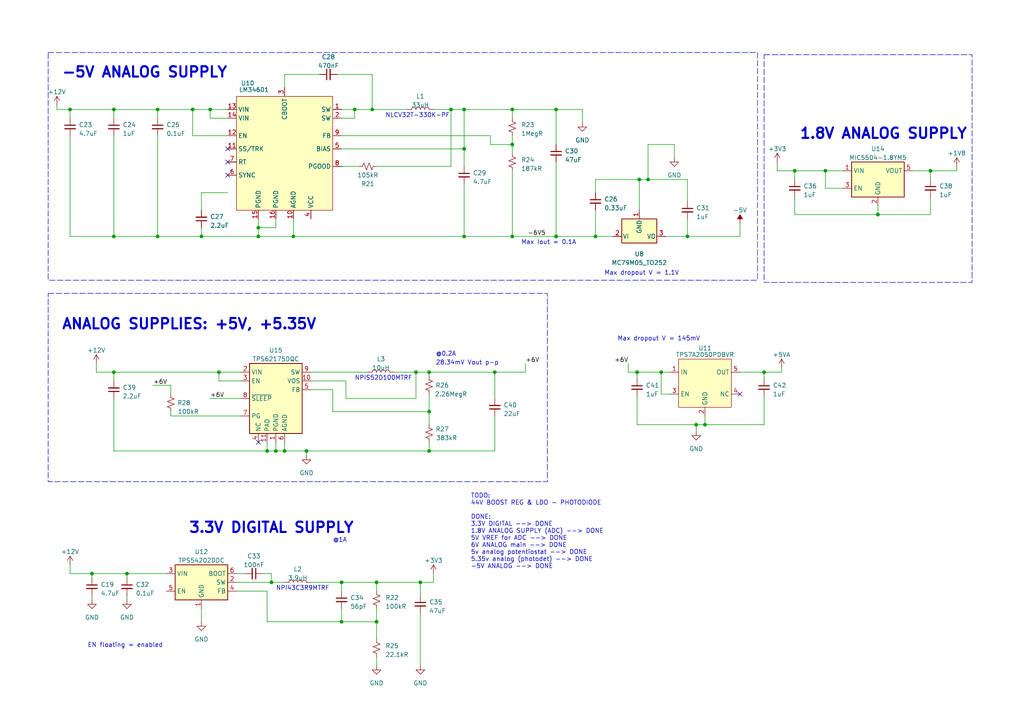
<source format=kicad_sch>
(kicad_sch (version 20230121) (generator eeschema)
  (paper "A4")
  (lib_symbols
    (symbol "Device:C_Small" (pin_numbers hide) (pin_names (offset 0.254) hide)
      (property "Reference" "C" (at 0.254 1.778 0))
      (property "Value" "C_Small" (at 0.254 -2.032 0))
      (symbol "C_Small_0_1"
        (polyline (pts (xy -1.524 -0.508) (xy 1.524 -0.508)) (stroke (width 0.3302)))
        (polyline (pts (xy -1.524 0.508) (xy 1.524 0.508)) (stroke (width 0.3048)))
      )
      (symbol "C_Small_1_1"
        (pin passive line (at 0 2.54 270) (length 2.032) (name "~") (number "1"))
        (pin passive line (at 0 -2.54 90) (length 2.032) (name "~") (number "2"))
      )
    )
    (symbol "Device:L" (pin_numbers hide) (pin_names (offset 1.016) hide)
      (property "Reference" "L" (at -1.27 0 90))
      (property "Value" "L" (at 1.905 0 90))
      (symbol "L_0_1"
        (arc (start 0 -2.54) (mid 0.6323 -1.905) (end 0 -1.27))
        (arc (start 0 -1.27) (mid 0.6323 -0.635) (end 0 0))
        (arc (start 0 0) (mid 0.6323 0.635) (end 0 1.27))
        (arc (start 0 1.27) (mid 0.6323 1.905) (end 0 2.54))
      )
      (symbol "L_1_1"
        (pin passive line (at 0 3.81 270) (length 1.27) (name "1") (number "1"))
        (pin passive line (at 0 -3.81 90) (length 1.27) (name "2") (number "2"))
      )
    )
    (symbol "Device:R_Small_US" (pin_numbers hide) (pin_names (offset 0.254) hide)
      (property "Reference" "R" (at 0.762 0.508 0))
      (property "Value" "R_Small_US" (at 0.762 -1.016 0))
      (symbol "R_Small_US_1_1"
        (polyline (pts (xy 0 0) (xy 1.016 -0.381) (xy 0 -0.762) (xy -1.016 -1.143) (xy 0 -1.524)))
        (polyline (pts (xy 0 1.524) (xy 1.016 1.143) (xy 0 0.762) (xy -1.016 0.381) (xy 0 0)))
        (pin passive line (at 0 2.54 270) (length 1.016) (name "~") (number "1"))
        (pin passive line (at 0 -2.54 90) (length 1.016) (name "~") (number "2"))
      )
    )
    (symbol "Regulator_Linear:MC79M05_TO252" (pin_names (offset 0.254))
      (property "Reference" "U" (at -3.81 -3.175 0))
      (property "Value" "MC79M05_TO252" (at 0 -3.175 0))
      (symbol "MC79M05_TO252_0_1"
        (rectangle (start -5.08 5.08) (end 5.08 -1.905) (stroke (width 0.254)) (fill (type background)))
      )
      (symbol "MC79M05_TO252_1_1"
        (pin power_in line (at 0 7.62 270) (length 2.54) (name "GND") (number "1"))
        (pin power_in line (at -7.62 0 0) (length 2.54) (name "VI") (number "2"))
        (pin power_out line (at 7.62 0 180) (length 2.54) (name "VO") (number "3"))
      )
    )
    (symbol "Regulator_Linear:MIC5504-1.8YM5"
      (property "Reference" "U" (at -7.62 8.89 0))
      (property "Value" "MIC5504-1.8YM5" (at -7.62 6.35 0))
      (symbol "MIC5504-1.8YM5_0_1"
        (rectangle (start -7.62 -5.08) (end 7.62 5.08) (stroke (width 0.254)) (fill (type background)))
      )
      (symbol "MIC5504-1.8YM5_1_1"
        (pin power_in line (at -10.16 2.54 0) (length 2.54) (name "VIN") (number "1"))
        (pin power_in line (at 0 -7.62 90) (length 2.54) (name "GND") (number "2"))
        (pin input line (at -10.16 -2.54 0) (length 2.54) (name "EN") (number "3"))
        (pin no_connect line (at 7.62 -2.54 180) (length 2.54) hide (name "NC") (number "4"))
        (pin power_out line (at 10.16 2.54 180) (length 2.54) (name "VOUT") (number "5"))
      )
    )
    (symbol "Regulator_Switching:TPS54202DDC"
      (property "Reference" "U" (at -7.62 6.35 0))
      (property "Value" "TPS54202DDC" (at 0 6.35 0))
      (symbol "TPS54202DDC_0_1"
        (rectangle (start -7.62 5.08) (end 7.62 -5.08) (stroke (width 0.254)) (fill (type background)))
      )
      (symbol "TPS54202DDC_1_1"
        (pin power_in line (at 0 -7.62 90) (length 2.54) (name "GND") (number "1"))
        (pin power_out line (at 10.16 0 180) (length 2.54) (name "SW") (number "2"))
        (pin power_in line (at -10.16 2.54 0) (length 2.54) (name "VIN") (number "3"))
        (pin input line (at 10.16 -2.54 180) (length 2.54) (name "FB") (number "4"))
        (pin input line (at -10.16 -2.54 0) (length 2.54) (name "EN") (number "5"))
        (pin passive line (at 10.16 2.54 180) (length 2.54) (name "BOOT") (number "6"))
      )
    )
    (symbol "Regulator_Switching:TPS62175DQC"
      (property "Reference" "U" (at -7.62 11.43 0))
      (property "Value" "TPS62175DQC" (at -1.27 11.43 0))
      (symbol "TPS62175DQC_0_1"
        (rectangle (start -7.62 10.16) (end 7.62 -10.16) (stroke (width 0.254)) (fill (type background)))
      )
      (symbol "TPS62175DQC_1_1"
        (pin power_in line (at 0 -12.7 90) (length 2.54) (name "PGND") (number "1"))
        (pin input line (at 10.16 5.08 180) (length 2.54) (name "VOS") (number "10"))
        (pin power_in line (at -2.54 -12.7 90) (length 2.54) (name "PAD") (number "11"))
        (pin power_in line (at -10.16 7.62 0) (length 2.54) (name "VIN") (number "2"))
        (pin input line (at -10.16 5.08 0) (length 2.54) (name "EN") (number "3"))
        (pin passive line (at -5.08 -12.7 90) (length 2.54) (name "NC") (number "4"))
        (pin input line (at 10.16 2.54 180) (length 2.54) (name "FB") (number "5"))
        (pin power_in line (at 2.54 -12.7 90) (length 2.54) (name "AGND") (number "6"))
        (pin output line (at -10.16 -5.08 0) (length 2.54) (name "PG") (number "7"))
        (pin input line (at -10.16 0 0) (length 2.54) (name "~{SLEEP}") (number "8"))
        (pin power_out line (at 10.16 7.62 180) (length 2.54) (name "SW") (number "9"))
      )
    )
    (symbol "plaqchek_mlb:LM34601"
      (property "Reference" "U" (at 6.35 19.05 0))
      (property "Value" "LM34601" (at 11.43 27.94 0))
      (symbol "LM34601_1_1"
        (rectangle (start -13.97 16.51) (end 13.97 -16.51) (fill (type background)))
        (pin output line (at 16.51 12.7 180) (length 2.54) (name "SW") (number "1"))
        (pin power_in line (at 2.54 -19.05 90) (length 2.54) (name "AGND") (number "10"))
        (pin input line (at -16.51 1.27 0) (length 2.54) (name "SS/TRK") (number "11"))
        (pin input line (at -16.51 5.08 0) (length 2.54) (name "EN") (number "12"))
        (pin power_in line (at -16.51 12.7 0) (length 2.54) (name "VIN") (number "13"))
        (pin power_in line (at -16.51 10.16 0) (length 2.54) (name "VIN") (number "14"))
        (pin power_in line (at -7.62 -19.05 90) (length 2.54) (name "PGND") (number "15"))
        (pin power_in line (at -2.54 -19.05 90) (length 2.54) (name "PGND") (number "16"))
        (pin output line (at 16.51 10.16 180) (length 2.54) (name "SW") (number "2"))
        (pin input line (at 0 19.05 270) (length 2.54) (name "CBOOT") (number "3"))
        (pin power_in line (at 7.62 -19.05 90) (length 2.54) (name "VCC") (number "4"))
        (pin input line (at 16.51 1.27 180) (length 2.54) (name "BIAS") (number "5"))
        (pin input line (at -16.51 -6.35 0) (length 2.54) (name "SYNC") (number "6"))
        (pin input line (at -16.51 -2.54 0) (length 2.54) (name "RT") (number "7"))
        (pin input line (at 16.51 -3.81 180) (length 2.54) (name "PGOOD") (number "8"))
        (pin input line (at 16.51 5.08 180) (length 2.54) (name "FB") (number "9"))
      )
    )
    (symbol "plaqchek_mlb:TPS7A2050PDBVR"
      (property "Reference" "U" (at 0 10.16 0))
      (property "Value" "TPS7A2050PDBVR" (at 0 0 0))
      (symbol "TPS7A2050PDBVR_1_1"
        (rectangle (start -7.62 7.62) (end 7.62 -6.35) (fill (type background)))
        (pin power_in line (at -10.16 3.81 0) (length 2.54) (name "IN") (number "1"))
        (pin power_in line (at 0 -8.89 90) (length 2.54) (name "GND") (number "2"))
        (pin input line (at -10.16 -2.54 0) (length 2.54) (name "EN") (number "3"))
        (pin input line (at 10.16 -2.54 180) (length 2.54) (name "NC") (number "4"))
        (pin power_out line (at 10.16 3.81 180) (length 2.54) (name "OUT") (number "5"))
      )
    )
    (symbol "power:+12V" (power) (pin_names (offset 0))
      (property "Value" "+12V" (at 0 3.556 0))
      (symbol "+12V_0_1"
        (polyline (pts (xy -0.762 1.27) (xy 0 2.54)))
        (polyline (pts (xy 0 0) (xy 0 2.54)))
        (polyline (pts (xy 0 2.54) (xy 0.762 1.27)))
      )
      (symbol "+12V_1_1"
        (pin power_in line (at 0 0 90) (length 0) hide (name "+12V") (number "1"))
      )
    )
    (symbol "power:+1V8" (power) (pin_names (offset 0))
      (property "Value" "+1V8" (at 0 3.556 0))
      (symbol "+1V8_0_1"
        (polyline (pts (xy -0.762 1.27) (xy 0 2.54)))
        (polyline (pts (xy 0 0) (xy 0 2.54)))
        (polyline (pts (xy 0 2.54) (xy 0.762 1.27)))
      )
      (symbol "+1V8_1_1"
        (pin power_in line (at 0 0 90) (length 0) hide (name "+1V8") (number "1"))
      )
    )
    (symbol "power:+3V3" (power) (pin_names (offset 0))
      (property "Value" "+3V3" (at 0 3.556 0))
      (symbol "+3V3_0_1"
        (polyline (pts (xy -0.762 1.27) (xy 0 2.54)))
        (polyline (pts (xy 0 0) (xy 0 2.54)))
        (polyline (pts (xy 0 2.54) (xy 0.762 1.27)))
      )
      (symbol "+3V3_1_1"
        (pin power_in line (at 0 0 90) (length 0) hide (name "+3V3") (number "1"))
      )
    )
    (symbol "power:+5VA" (power) (pin_names (offset 0))
      (property "Value" "+5VA" (at 0 3.556 0))
      (symbol "+5VA_0_1"
        (polyline (pts (xy -0.762 1.27) (xy 0 2.54)))
        (polyline (pts (xy 0 0) (xy 0 2.54)))
        (polyline (pts (xy 0 2.54) (xy 0.762 1.27)))
      )
      (symbol "+5VA_1_1"
        (pin power_in line (at 0 0 90) (length 0) hide (name "+5VA") (number "1"))
      )
    )
    (symbol "power:-5V" (power) (pin_names (offset 0))
      (property "Value" "-5V" (at 0 3.81 0))
      (symbol "-5V_0_0"
        (pin power_in line (at 0 0 90) (length 0) hide (name "-5V") (number "1"))
      )
      (symbol "-5V_0_1"
        (polyline (pts (xy 0 0) (xy 0 1.27) (xy 0.762 1.27) (xy 0 2.54) (xy -0.762 1.27) (xy 0 1.27)) (fill (type outline)))
      )
    )
    (symbol "power:GND" (power) (pin_names (offset 0))
      (property "Value" "GND" (at 0 -3.81 0))
      (symbol "GND_0_1"
        (polyline (pts (xy 0 0) (xy 0 -1.27) (xy 1.27 -1.27) (xy 0 -2.54) (xy -1.27 -1.27) (xy 0 -1.27)))
      )
      (symbol "GND_1_1"
        (pin power_in line (at 0 0 270) (length 0) hide (name "GND") (number "1"))
      )
    )
  )
  (junction (at 99.06 168.91))
  (junction (at 55.88 31.75))
  (junction (at 45.72 31.75))
  (junction (at 161.29 68.58))
  (junction (at 78.74 168.91))
  (junction (at 269.875 49.53))
  (junction (at 20.32 31.75))
  (junction (at 80.01 130.81))
  (junction (at 161.29 31.75))
  (junction (at 185.42 52.07))
  (junction (at 45.72 68.58))
  (junction (at 143.51 107.95))
  (junction (at 130.81 31.75))
  (junction (at 184.785 107.95))
  (junction (at 33.02 68.58))
  (junction (at 124.46 130.81))
  (junction (at 124.46 119.38))
  (junction (at 230.505 49.53))
  (junction (at 148.59 68.58))
  (junction (at 88.9 130.81))
  (junction (at 109.22 168.91))
  (junction (at 33.02 31.75))
  (junction (at 172.72 68.58))
  (junction (at 134.62 31.75))
  (junction (at 121.92 168.91))
  (junction (at 199.39 68.58))
  (junction (at 134.62 43.18))
  (junction (at 221.615 107.95))
  (junction (at 63.5 107.95))
  (junction (at 254.635 62.23))
  (junction (at 201.93 123.19))
  (junction (at 74.93 66.04))
  (junction (at 36.83 166.37))
  (junction (at 74.93 68.58))
  (junction (at 99.06 180.34))
  (junction (at 85.09 68.58))
  (junction (at 191.77 107.95))
  (junction (at 148.59 41.91))
  (junction (at 58.42 68.58))
  (junction (at 107.95 31.75))
  (junction (at 239.395 49.53))
  (junction (at 60.96 31.75))
  (junction (at 82.55 130.81))
  (junction (at 109.22 180.34))
  (junction (at 124.46 107.95))
  (junction (at 134.62 68.58))
  (junction (at 204.47 123.19))
  (junction (at 77.47 130.81))
  (junction (at 33.02 107.95))
  (junction (at 148.59 31.75))
  (junction (at 187.96 52.07))
  (junction (at 26.67 166.37))
  (junction (at 120.65 107.95))
  (junction (at 102.87 31.75))
  (no_connect (at 66.04 46.99))
  (no_connect (at 66.04 50.8))
  (no_connect (at 66.04 43.18))
  (no_connect (at 214.63 114.3))
  (no_connect (at 74.93 128.27))
  (wire (pts (xy 20.32 163.83) (xy 20.32 166.37)))
  (wire (pts (xy 120.65 107.95) (xy 124.46 107.95)))
  (wire (pts (xy 33.02 39.37) (xy 33.02 68.58)))
  (wire (pts (xy 168.91 35.56) (xy 168.91 31.75)))
  (wire (pts (xy 78.74 168.91) (xy 68.58 168.91)))
  (wire (pts (xy 109.22 190.5) (xy 109.22 193.04)))
  (wire (pts (xy 161.29 68.58) (xy 148.59 68.58)))
  (wire (pts (xy 44.45 111.76) (xy 49.53 111.76)))
  (wire (pts (xy 109.22 48.26) (xy 130.81 48.26)))
  (wire (pts (xy 230.505 49.53) (xy 230.505 52.07)))
  (wire (pts (xy 125.73 166.37) (xy 125.73 168.91)))
  (wire (pts (xy 92.71 21.59) (xy 82.55 21.59)))
  (wire (pts (xy 142.24 41.91) (xy 148.59 41.91)))
  (wire (pts (xy 239.395 54.61) (xy 239.395 49.53)))
  (wire (pts (xy 134.62 31.75) (xy 134.62 43.18)))
  (wire (pts (xy 199.39 68.58) (xy 214.63 68.58)))
  (wire (pts (xy 221.615 107.95) (xy 221.615 109.855)))
  (wire (pts (xy 74.93 66.04) (xy 80.01 66.04)))
  (wire (pts (xy 148.59 31.75) (xy 161.29 31.75)))
  (wire (pts (xy 121.92 168.91) (xy 125.73 168.91)))
  (wire (pts (xy 148.59 31.75) (xy 148.59 34.29)))
  (wire (pts (xy 221.615 107.95) (xy 226.695 107.95)))
  (wire (pts (xy 45.72 31.75) (xy 55.88 31.75)))
  (wire (pts (xy 184.785 114.935) (xy 184.785 123.19)))
  (wire (pts (xy 239.395 49.53) (xy 230.505 49.53)))
  (wire (pts (xy 99.06 43.18) (xy 134.62 43.18)))
  (wire (pts (xy 49.53 114.3) (xy 49.53 111.76)))
  (wire (pts (xy 69.85 107.95) (xy 63.5 107.95)))
  (wire (pts (xy 277.495 48.26) (xy 277.495 49.53)))
  (wire (pts (xy 26.67 172.72) (xy 26.67 173.99)))
  (wire (pts (xy 161.29 68.58) (xy 172.72 68.58)))
  (wire (pts (xy 264.795 49.53) (xy 269.875 49.53)))
  (wire (pts (xy 33.02 115.57) (xy 33.02 130.81)))
  (wire (pts (xy 185.42 52.07) (xy 187.96 52.07)))
  (wire (pts (xy 225.425 49.53) (xy 230.505 49.53)))
  (wire (pts (xy 58.42 66.04) (xy 58.42 68.58)))
  (wire (pts (xy 143.51 130.81) (xy 124.46 130.81)))
  (wire (pts (xy 45.72 68.58) (xy 58.42 68.58)))
  (wire (pts (xy 36.83 166.37) (xy 26.67 166.37)))
  (wire (pts (xy 194.31 114.3) (xy 191.77 114.3)))
  (wire (pts (xy 90.17 107.95) (xy 106.68 107.95)))
  (wire (pts (xy 20.32 68.58) (xy 33.02 68.58)))
  (wire (pts (xy 269.875 62.23) (xy 269.875 57.15)))
  (wire (pts (xy 58.42 176.53) (xy 58.42 180.34)))
  (wire (pts (xy 134.62 43.18) (xy 134.62 48.26)))
  (wire (pts (xy 68.58 166.37) (xy 71.12 166.37)))
  (wire (pts (xy 107.95 21.59) (xy 107.95 31.75)))
  (wire (pts (xy 96.52 119.38) (xy 124.46 119.38)))
  (wire (pts (xy 82.55 130.81) (xy 88.9 130.81)))
  (wire (pts (xy 82.55 21.59) (xy 82.55 25.4)))
  (wire (pts (xy 27.94 105.41) (xy 27.94 107.95)))
  (wire (pts (xy 77.47 171.45) (xy 77.47 180.34)))
  (wire (pts (xy 230.505 62.23) (xy 254.635 62.23)))
  (wire (pts (xy 85.09 68.58) (xy 134.62 68.58)))
  (wire (pts (xy 90.17 113.03) (xy 96.52 113.03)))
  (wire (pts (xy 124.46 107.95) (xy 124.46 109.22)))
  (wire (pts (xy 63.5 110.49) (xy 63.5 107.95)))
  (wire (pts (xy 134.62 68.58) (xy 148.59 68.58)))
  (wire (pts (xy 214.63 64.77) (xy 214.63 68.58)))
  (wire (pts (xy 130.81 31.75) (xy 134.62 31.75)))
  (wire (pts (xy 78.74 166.37) (xy 78.74 168.91)))
  (wire (pts (xy 74.93 68.58) (xy 85.09 68.58)))
  (wire (pts (xy 172.72 68.58) (xy 177.8 68.58)))
  (wire (pts (xy 201.93 123.19) (xy 204.47 123.19)))
  (wire (pts (xy 97.79 21.59) (xy 107.95 21.59)))
  (wire (pts (xy 99.06 48.26) (xy 104.14 48.26)))
  (wire (pts (xy 33.02 68.58) (xy 45.72 68.58)))
  (wire (pts (xy 199.39 63.5) (xy 199.39 68.58)))
  (wire (pts (xy 134.62 53.34) (xy 134.62 68.58)))
  (wire (pts (xy 100.33 115.57) (xy 120.65 115.57)))
  (wire (pts (xy 254.635 62.23) (xy 269.875 62.23)))
  (wire (pts (xy 60.96 31.75) (xy 60.96 34.29)))
  (wire (pts (xy 221.615 114.935) (xy 221.615 123.19)))
  (wire (pts (xy 69.85 120.65) (xy 49.53 120.65)))
  (wire (pts (xy 109.22 180.34) (xy 109.22 176.53)))
  (wire (pts (xy 20.32 39.37) (xy 20.32 68.58)))
  (wire (pts (xy 109.22 168.91) (xy 121.92 168.91)))
  (wire (pts (xy 55.88 31.75) (xy 60.96 31.75)))
  (wire (pts (xy 130.81 48.26) (xy 130.81 31.75)))
  (wire (pts (xy 172.72 52.07) (xy 172.72 55.88)))
  (wire (pts (xy 80.01 130.81) (xy 77.47 130.81)))
  (wire (pts (xy 66.04 39.37) (xy 55.88 39.37)))
  (wire (pts (xy 152.4 105.41) (xy 152.4 107.95)))
  (wire (pts (xy 58.42 68.58) (xy 74.93 68.58)))
  (wire (pts (xy 60.96 115.57) (xy 69.85 115.57)))
  (wire (pts (xy 99.06 176.53) (xy 99.06 180.34)))
  (wire (pts (xy 194.31 107.95) (xy 191.77 107.95)))
  (wire (pts (xy 58.42 55.88) (xy 66.04 55.88)))
  (wire (pts (xy 199.39 52.07) (xy 199.39 58.42)))
  (wire (pts (xy 99.06 39.37) (xy 142.24 39.37)))
  (wire (pts (xy 48.26 166.37) (xy 36.83 166.37)))
  (wire (pts (xy 36.83 172.72) (xy 36.83 173.99)))
  (wire (pts (xy 148.59 41.91) (xy 148.59 44.45)))
  (wire (pts (xy 124.46 119.38) (xy 124.46 123.19)))
  (wire (pts (xy 143.51 107.95) (xy 143.51 115.57)))
  (wire (pts (xy 254.635 59.69) (xy 254.635 62.23)))
  (wire (pts (xy 36.83 166.37) (xy 36.83 167.64)))
  (wire (pts (xy 96.52 113.03) (xy 96.52 119.38)))
  (wire (pts (xy 33.02 107.95) (xy 63.5 107.95)))
  (wire (pts (xy 58.42 55.88) (xy 58.42 60.96)))
  (wire (pts (xy 55.88 39.37) (xy 55.88 31.75)))
  (wire (pts (xy 60.96 34.29) (xy 66.04 34.29)))
  (wire (pts (xy 16.51 30.48) (xy 16.51 31.75)))
  (wire (pts (xy 195.58 41.91) (xy 195.58 45.72)))
  (wire (pts (xy 191.77 107.95) (xy 184.785 107.95)))
  (wire (pts (xy 20.32 31.75) (xy 20.32 34.29)))
  (wire (pts (xy 244.475 49.53) (xy 239.395 49.53)))
  (wire (pts (xy 45.72 31.75) (xy 45.72 34.29)))
  (wire (pts (xy 109.22 168.91) (xy 109.22 171.45)))
  (wire (pts (xy 26.67 166.37) (xy 20.32 166.37)))
  (wire (pts (xy 182.245 105.41) (xy 182.245 107.95)))
  (wire (pts (xy 100.33 110.49) (xy 100.33 115.57)))
  (wire (pts (xy 226.695 106.68) (xy 226.695 107.95)))
  (wire (pts (xy 269.875 49.53) (xy 277.495 49.53)))
  (wire (pts (xy 88.9 130.81) (xy 88.9 132.08)))
  (wire (pts (xy 172.72 60.96) (xy 172.72 68.58)))
  (wire (pts (xy 107.95 31.75) (xy 118.11 31.75)))
  (wire (pts (xy 120.65 107.95) (xy 114.3 107.95)))
  (wire (pts (xy 269.875 49.53) (xy 269.875 52.07)))
  (wire (pts (xy 125.73 31.75) (xy 130.81 31.75)))
  (wire (pts (xy 187.96 41.91) (xy 195.58 41.91)))
  (wire (pts (xy 121.92 177.8) (xy 121.92 193.04)))
  (wire (pts (xy 184.785 107.95) (xy 182.245 107.95)))
  (wire (pts (xy 185.42 52.07) (xy 185.42 60.96)))
  (wire (pts (xy 230.505 57.15) (xy 230.505 62.23)))
  (wire (pts (xy 204.47 123.19) (xy 204.47 120.65)))
  (wire (pts (xy 45.72 39.37) (xy 45.72 68.58)))
  (wire (pts (xy 90.17 168.91) (xy 99.06 168.91)))
  (wire (pts (xy 121.92 172.72) (xy 121.92 168.91)))
  (wire (pts (xy 225.425 46.99) (xy 225.425 49.53)))
  (wire (pts (xy 124.46 107.95) (xy 143.51 107.95)))
  (wire (pts (xy 161.29 31.75) (xy 161.29 41.91)))
  (wire (pts (xy 124.46 114.3) (xy 124.46 119.38)))
  (wire (pts (xy 120.65 115.57) (xy 120.65 107.95)))
  (wire (pts (xy 33.02 31.75) (xy 45.72 31.75)))
  (wire (pts (xy 88.9 130.81) (xy 124.46 130.81)))
  (wire (pts (xy 199.39 68.58) (xy 193.04 68.58)))
  (wire (pts (xy 20.32 31.75) (xy 33.02 31.75)))
  (wire (pts (xy 33.02 130.81) (xy 77.47 130.81)))
  (wire (pts (xy 134.62 31.75) (xy 148.59 31.75)))
  (wire (pts (xy 184.785 107.95) (xy 184.785 109.855)))
  (wire (pts (xy 107.95 31.75) (xy 102.87 31.75)))
  (wire (pts (xy 148.59 49.53) (xy 148.59 68.58)))
  (wire (pts (xy 85.09 63.5) (xy 85.09 68.58)))
  (wire (pts (xy 26.67 166.37) (xy 26.67 167.64)))
  (wire (pts (xy 172.72 52.07) (xy 185.42 52.07)))
  (wire (pts (xy 99.06 180.34) (xy 109.22 180.34)))
  (wire (pts (xy 33.02 31.75) (xy 33.02 34.29)))
  (wire (pts (xy 109.22 180.34) (xy 109.22 185.42)))
  (wire (pts (xy 69.85 110.49) (xy 63.5 110.49)))
  (wire (pts (xy 77.47 180.34) (xy 99.06 180.34)))
  (wire (pts (xy 143.51 120.65) (xy 143.51 130.81)))
  (wire (pts (xy 80.01 66.04) (xy 80.01 63.5)))
  (wire (pts (xy 204.47 123.19) (xy 221.615 123.19)))
  (wire (pts (xy 80.01 128.27) (xy 80.01 130.81)))
  (wire (pts (xy 187.96 52.07) (xy 187.96 41.91)))
  (wire (pts (xy 74.93 66.04) (xy 74.93 68.58)))
  (wire (pts (xy 82.55 128.27) (xy 82.55 130.81)))
  (wire (pts (xy 33.02 107.95) (xy 27.94 107.95)))
  (wire (pts (xy 77.47 128.27) (xy 77.47 130.81)))
  (wire (pts (xy 142.24 39.37) (xy 142.24 41.91)))
  (wire (pts (xy 99.06 168.91) (xy 109.22 168.91)))
  (wire (pts (xy 99.06 34.29) (xy 102.87 34.29)))
  (wire (pts (xy 187.96 52.07) (xy 199.39 52.07)))
  (wire (pts (xy 161.29 46.99) (xy 161.29 68.58)))
  (wire (pts (xy 99.06 168.91) (xy 99.06 171.45)))
  (wire (pts (xy 124.46 130.81) (xy 124.46 128.27)))
  (wire (pts (xy 143.51 107.95) (xy 152.4 107.95)))
  (wire (pts (xy 49.53 120.65) (xy 49.53 119.38)))
  (wire (pts (xy 74.93 63.5) (xy 74.93 66.04)))
  (wire (pts (xy 148.59 41.91) (xy 148.59 39.37)))
  (wire (pts (xy 102.87 34.29) (xy 102.87 31.75)))
  (wire (pts (xy 82.55 168.91) (xy 78.74 168.91)))
  (wire (pts (xy 161.29 31.75) (xy 168.91 31.75)))
  (wire (pts (xy 184.785 123.19) (xy 201.93 123.19)))
  (wire (pts (xy 80.01 130.81) (xy 82.55 130.81)))
  (wire (pts (xy 16.51 31.75) (xy 20.32 31.75)))
  (wire (pts (xy 191.77 114.3) (xy 191.77 107.95)))
  (wire (pts (xy 60.96 31.75) (xy 66.04 31.75)))
  (wire (pts (xy 214.63 107.95) (xy 221.615 107.95)))
  (wire (pts (xy 244.475 54.61) (xy 239.395 54.61)))
  (wire (pts (xy 90.17 110.49) (xy 100.33 110.49)))
  (wire (pts (xy 68.58 171.45) (xy 77.47 171.45)))
  (wire (pts (xy 76.2 166.37) (xy 78.74 166.37)))
  (wire (pts (xy 33.02 107.95) (xy 33.02 110.49)))
  (wire (pts (xy 102.87 31.75) (xy 99.06 31.75)))
  (wire (pts (xy 201.93 123.19) (xy 201.93 125.095)))
  (rectangle (start 13.97 85.09) (end 158.75 139.7) (stroke (width 0) (type dash)))
  (rectangle (start 13.97 15.24) (end 219.71 81.28) (stroke (width 0) (type dash)))
  (rectangle (start 221.615 15.875) (end 281.94 81.915) (stroke (width 0) (type dash)))
  (text "1.8V ANALOG SUPPLY\n" (at 231.775 40.64 0) (effects (font (size 3 3) (thickness 0.6) bold) (justify left bottom)))
  (text "NPI43C3R9MTRF\n" (at 80.01 171.45 0) (effects (font (size 1.27 1.27)) (justify left bottom)))
  (text "TODO:\n44V BOOST REG & LDO - PHOTODIODE\n\nDONE:\n3.3V DIGITAL --> DONE\n1.8V ANALOG SUPPLY (ADC) --> DONE\n5V VREF for ADC --> DONE\n6V ANALOG main --> DONE\n5v analog potentiostat --> DONE\n5.35v analog (photodet) --> DONE\n-5V ANALOG --> DONE" (at 136.525 165.1 0) (effects (font (size 1.27 1.27)) (justify left bottom)))
  (text "NPIS52D100MTRF" (at 102.87 110.49 0) (effects (font (size 1.27 1.27)) (justify left bottom)))
  (text "@1A" (at 96.52 157.48 0) (effects (font (size 1.27 1.27)) (justify left bottom)))
  (text "Max dropout V = 145mV" (at 179.07 99.06 0) (effects (font (size 1.27 1.27)) (justify left bottom)))
  (text "Max dropout V = 1.1V" (at 175.26 80.01 0) (effects (font (size 1.27 1.27)) (justify left bottom)))
  (text "NLCV32T-330K-PF" (at 111.76 34.29 0) (effects (font (size 1.27 1.27)) (justify left bottom)))
  (text "@0.2A\n" (at 126.365 103.505 0) (effects (font (size 1.27 1.27)) (justify left bottom)))
  (text "-5V ANALOG SUPPLY" (at 17.78 22.86 0) (effects (font (size 3 3) (thickness 0.6) bold) (justify left bottom)))
  (text "28.34mV Vout p-p" (at 126.365 106.045 0) (effects (font (size 1.27 1.27)) (justify left bottom)))
  (text "Max Iout = 0.1A\n" (at 151.13 71.12 0) (effects (font (size 1.27 1.27)) (justify left bottom)))
  (text "3.3V DIGITAL SUPPLY\n" (at 54.61 154.94 0) (effects (font (size 3 3) (thickness 0.6) bold) (justify left bottom)))
  (text "ANALOG SUPPLIES: +5V, +5.35V" (at 17.78 95.885 0) (effects (font (size 3 3) (thickness 0.6) bold) (justify left bottom)))
  (text "EN floating = enabled" (at 25.4 187.96 0) (effects (font (size 1.27 1.27)) (justify left bottom)))
  (label "+6V" (at 44.45 111.76 0))
  (label "-6V5" (at 153.035 68.58 0))
  (label "+6V" (at 152.4 105.41 0))
  (label "+6V" (at 60.96 115.57 0))
  (label "+6V" (at 182.245 105.41 180))
  (symbol (lib_id "Device:C_Small") (at 269.875 54.61 0) (unit 1)
    (property "Reference" "C38" (at 272.415 53.9813 0) (effects (justify left)))
    (property "Value" "1uF" (at 272.415 56.5213 0) (effects (justify left)))
  )
  (symbol (lib_id "Device:R_Small_US") (at 148.59 36.83 180) (unit 1)
    (property "Reference" "R23" (at 151.13 36.195 0) (effects (justify right)))
    (property "Value" "1MegR" (at 151.13 38.735 0) (effects (justify right)))
  )
  (symbol (lib_id "Device:C_Small") (at 161.29 44.45 0) (unit 1)
    (property "Reference" "C30" (at 163.83 43.8213 0) (effects (justify left)))
    (property "Value" "47uF" (at 163.83 46.3613 0) (effects (justify left)))
  )
  (symbol (lib_id "Device:C_Small") (at 73.66 166.37 270) (unit 1)
    (property "Reference" "C33" (at 73.6536 161.29 90))
    (property "Value" "100nF" (at 73.6536 163.83 90))
  )
  (symbol (lib_id "power:+3V3") (at 225.425 46.99 0) (unit 1)
    (property "Reference" "#PWR08" (effects hide))
    (property "Value" "+3V3" (at 225.425 43.18 0))
    (instances (project "plaqchek_mlb" (path "" (reference "#PWR08") (unit 1)) (path "" (reference "#PWR033") (unit 1))))
  )
  (symbol (lib_id "Device:C_Small") (at 199.39 60.96 0) (unit 1)
    (property "Reference" "C31" (at 201.93 60.3313 0) (effects (justify left)))
    (property "Value" "1uF" (at 201.93 62.8713 0) (effects (justify left)))
  )
  (symbol (lib_id "plaqchek_mlb:TPS7A2050PDBVR") (at 204.47 111.76 0) (unit 1)
    (property "Reference" "U11" (at 204.47 100.965 0))
    (property "Value" "TPS7A2050PDBVR" (at 204.47 102.87 0))
    (property "Datasheet" "https://www.ti.com/lit/ds/symlink/tps7a20.pdf?HQS=dis-dk-null-digikeymode-dsf-pf-null-wwe&ts=1733698239340" (effects hide))
  )
  (symbol (lib_id "power:+1V8") (at 277.495 48.26 0) (unit 1)
    (property "Reference" "#PWR059" (effects hide))
    (property "Value" "+1V8" (at 277.495 44.45 0))
  )
  (symbol (lib_id "power:+12V") (at 27.94 105.41 0) (unit 1)
    (property "Reference" "#PWR060" (effects hide))
    (property "Value" "+12V" (at 27.94 101.6 0))
  )
  (symbol (lib_id "Device:C_Small") (at 36.83 170.18 0) (unit 1)
    (property "Reference" "C32" (at 39.37 169.5513 0) (effects (justify left)))
    (property "Value" "0.1uF" (at 39.37 172.0913 0) (effects (justify left)))
  )
  (symbol (lib_id "power:+12V") (at 20.32 163.83 0) (unit 1)
    (property "Reference" "#PWR052" (effects hide))
    (property "Value" "+12V" (at 20.32 160.02 0))
  )
  (symbol (lib_id "Device:C_Small") (at 184.785 112.395 0) (unit 1)
    (property "Reference" "C41" (at 187.325 111.7663 0) (effects (justify left)))
    (property "Value" "1uF" (at 187.325 114.3063 0) (effects (justify left)))
  )
  (symbol (lib_id "Device:C_Small") (at 172.72 58.42 0) (unit 1)
    (property "Reference" "C26" (at 175.26 57.7913 0) (effects (justify left)))
    (property "Value" "0.33uF" (at 175.26 60.3313 0) (effects (justify left)))
  )
  (symbol (lib_id "power:GND") (at 58.42 180.34 0) (unit 1)
    (property "Reference" "#PWR055" (effects hide))
    (property "Value" "GND" (at 58.42 185.42 0))
  )
  (symbol (lib_id "Device:R_Small_US") (at 106.68 48.26 270) (unit 1)
    (property "Reference" "R21" (at 106.68 53.34 90))
    (property "Value" "105kR" (at 106.68 50.8 90))
  )
  (symbol (lib_id "Device:C_Small") (at 230.505 54.61 0) (unit 1)
    (property "Reference" "C36" (at 233.045 53.9813 0) (effects (justify left)))
    (property "Value" "1uF" (at 233.045 56.5213 0) (effects (justify left)))
  )
  (symbol (lib_id "Device:C_Small") (at 221.615 112.395 0) (unit 1)
    (property "Reference" "C42" (at 224.155 111.7663 0) (effects (justify left)))
    (property "Value" "1uF" (at 224.155 114.3063 0) (effects (justify left)))
  )
  (symbol (lib_id "power:GND") (at 195.58 45.72 0) (unit 1)
    (property "Reference" "#PWR050" (effects hide))
    (property "Value" "GND" (at 195.58 50.8 0))
  )
  (symbol (lib_id "Device:R_Small_US") (at 148.59 46.99 180) (unit 1)
    (property "Reference" "R24" (at 151.13 46.355 0) (effects (justify right)))
    (property "Value" "187kR" (at 151.13 48.895 0) (effects (justify right)))
  )
  (symbol (lib_id "Device:C_Small") (at 99.06 173.99 0) (unit 1)
    (property "Reference" "C34" (at 101.6 173.3613 0) (effects (justify left)))
    (property "Value" "56pF" (at 101.6 175.9013 0) (effects (justify left)))
  )
  (symbol (lib_id "Device:C_Small") (at 121.92 175.26 0) (unit 1)
    (property "Reference" "C35" (at 124.46 174.6313 0) (effects (justify left)))
    (property "Value" "47uF" (at 124.46 177.1713 0) (effects (justify left)))
  )
  (symbol (lib_id "power:+5VA") (at 226.695 106.68 0) (unit 1)
    (property "Reference" "#PWR062" (effects hide))
    (property "Value" "+5VA" (at 226.695 102.87 0))
  )
  (symbol (lib_id "Device:C_Small") (at 33.02 36.83 0) (unit 1)
    (property "Reference" "C24" (at 35.56 36.2013 0) (effects (justify left)))
    (property "Value" "1uF" (at 35.56 38.7413 0) (effects (justify left)))
  )
  (symbol (lib_id "Device:C_Small") (at 58.42 63.5 180) (unit 1)
    (property "Reference" "C27" (at 60.96 62.8586 0) (effects (justify right)))
    (property "Value" "2.2uF" (at 60.96 65.3986 0) (effects (justify right)))
  )
  (symbol (lib_id "Regulator_Linear:MIC5504-1.8YM5") (at 254.635 52.07 0) (unit 1)
    (property "Reference" "U14" (at 254.635 43.18 0))
    (property "Value" "MIC5504-1.8YM5" (at 254.635 45.72 0))
    (property "Footprint" "Package_TO_SOT_SMD:SOT-23-5" (effects hide))
    (property "Datasheet" "http://ww1.microchip.com/downloads/en/DeviceDoc/MIC550X.pdf" (effects hide))
  )
  (symbol (lib_id "power:GND") (at 26.67 173.99 0) (unit 1)
    (property "Reference" "#PWR053" (effects hide))
    (property "Value" "GND" (at 26.67 179.07 0))
  )
  (symbol (lib_id "power:GND") (at 109.22 193.04 0) (unit 1)
    (property "Reference" "#PWR056" (effects hide))
    (property "Value" "GND" (at 109.22 198.12 0))
  )
  (symbol (lib_id "power:GND") (at 168.91 35.56 0) (unit 1)
    (property "Reference" "#PWR049" (effects hide))
    (property "Value" "GND" (at 168.91 40.64 0))
  )
  (symbol (lib_id "power:GND") (at 88.9 132.08 0) (unit 1)
    (property "Reference" "#PWR061" (effects hide))
    (property "Value" "GND" (at 88.9 137.16 0))
  )
  (symbol (lib_id "Device:L") (at 110.49 107.95 90) (unit 1)
    (property "Reference" "L3" (at 110.49 104.14 90))
    (property "Value" "10uH" (at 110.49 106.68 90))
  )
  (symbol (lib_id "Device:R_Small_US") (at 109.22 173.99 0) (unit 1)
    (property "Reference" "R22" (at 111.76 173.355 0) (effects (justify left)))
    (property "Value" "100kR" (at 111.76 175.895 0) (effects (justify left)))
  )
  (symbol (lib_id "Device:C_Small") (at 33.02 113.03 180) (unit 1)
    (property "Reference" "C39" (at 35.56 112.3886 0) (effects (justify right)))
    (property "Value" "2.2uF" (at 35.56 114.9286 0) (effects (justify right)))
  )
  (symbol (lib_id "plaqchek_mlb:LM34601") (at 82.55 44.45 0) (unit 1)
    (property "Reference" "U10" (at 69.85 24.13 0) (effects (justify left)))
    (property "Value" "LM34601" (at 73.66 26.035 0))
    (property "Datasheet" "https://www.ti.com/lit/ds/symlink/lm43601.pdf?ts=1733717459233" (effects hide))
  )
  (symbol (lib_id "Device:C_Small") (at 143.51 118.11 180) (unit 1)
    (property "Reference" "C40" (at 146.05 117.4686 0) (effects (justify right)))
    (property "Value" "22uF" (at 146.05 120.0086 0) (effects (justify right)))
  )
  (symbol (lib_id "Device:L") (at 86.36 168.91 90) (unit 1)
    (property "Reference" "L2" (at 86.36 165.1 90))
    (property "Value" "3.9uH" (at 86.36 167.64 90))
  )
  (symbol (lib_id "power:GND") (at 201.93 125.095 0) (unit 1)
    (property "Reference" "#PWR063" (effects hide))
    (property "Value" "GND" (at 201.93 130.175 0))
  )
  (symbol (lib_id "Device:C_Small") (at 20.32 36.83 0) (unit 1)
    (property "Reference" "C23" (at 22.86 36.2013 0) (effects (justify left)))
    (property "Value" "4.7uF" (at 22.86 38.7413 0) (effects (justify left)))
  )
  (symbol (lib_id "power:+3V3") (at 125.73 166.37 0) (unit 1)
    (property "Reference" "#PWR08" (effects hide))
    (property "Value" "+3V3" (at 125.73 162.56 0))
    (instances (project "plaqchek_mlb" (path "" (reference "#PWR08") (unit 1)) (path "" (reference "#PWR058") (unit 1))))
  )
  (symbol (lib_id "Device:R_Small_US") (at 109.22 187.96 0) (unit 1)
    (property "Reference" "R25" (at 111.76 187.325 0) (effects (justify left)))
    (property "Value" "22.1kR" (at 111.76 189.865 0) (effects (justify left)))
  )
  (symbol (lib_id "Device:R_Small_US") (at 49.53 116.84 0) (unit 1)
    (property "Reference" "R28" (at 53.34 116.84 0))
    (property "Value" "100kR" (at 54.61 119.38 0))
  )
  (symbol (lib_id "Device:C_Small") (at 26.67 170.18 0) (unit 1)
    (property "Reference" "C19" (at 29.21 169.5513 0) (effects (justify left)))
    (property "Value" "4.7uF" (at 29.21 172.0913 0) (effects (justify left)))
  )
  (symbol (lib_id "Device:C_Small") (at 95.25 21.59 90) (unit 1)
    (property "Reference" "C28" (at 95.2563 16.51 90))
    (property "Value" "470nF" (at 95.2563 19.05 90))
  )
  (symbol (lib_id "Device:R_Small_US") (at 124.46 111.76 0) (unit 1)
    (property "Reference" "R26" (at 128.27 111.76 0))
    (property "Value" "2.26MegR" (at 130.81 114.3 0))
  )
  (symbol (lib_id "power:-5V") (at 214.63 64.77 0) (unit 1)
    (property "Reference" "#PWR051" (effects hide))
    (property "Value" "-5V" (at 214.63 60.96 0))
  )
  (symbol (lib_id "power:+12V") (at 16.51 30.48 0) (unit 1)
    (property "Reference" "#PWR048" (effects hide))
    (property "Value" "+12V" (at 16.51 26.67 0))
  )
  (symbol (lib_id "Regulator_Switching:TPS62175DQC") (at 80.01 115.57 0) (unit 1)
    (property "Reference" "U15" (at 80.01 101.6 0))
    (property "Value" "TPS62175DQC" (at 80.01 104.14 0))
    (property "Footprint" "Package_SON:WSON-10-1EP_2x3mm_P0.5mm_EP0.84x2.4mm_ThermalVias" (effects hide))
    (property "Datasheet" "http://www.ti.com/lit/ds/symlink/tps62177.pdf" (effects hide))
  )
  (symbol (lib_id "Regulator_Switching:TPS54202DDC") (at 58.42 168.91 0) (unit 1)
    (property "Reference" "U12" (at 58.42 160.02 0))
    (property "Value" "TPS54202DDC" (at 58.42 162.56 0))
    (property "Footprint" "Package_TO_SOT_SMD:SOT-23-6" (effects hide))
    (property "Datasheet" "http://www.ti.com/lit/ds/symlink/tps54202.pdf" (effects hide))
  )
  (symbol (lib_id "power:GND") (at 121.92 193.04 0) (unit 1)
    (property "Reference" "#PWR057" (effects hide))
    (property "Value" "GND" (at 121.92 198.12 0))
  )
  (symbol (lib_id "Device:C_Small") (at 45.72 36.83 0) (unit 1)
    (property "Reference" "C25" (at 48.26 36.2013 0) (effects (justify left)))
    (property "Value" "0.1uF" (at 48.26 38.7413 0) (effects (justify left)))
  )
  (symbol (lib_id "Device:L") (at 121.92 31.75 90) (unit 1)
    (property "Reference" "L1" (at 121.92 27.94 90))
    (property "Value" "33uH" (at 121.92 30.48 90))
  )
  (symbol (lib_id "Device:R_Small_US") (at 124.46 125.73 0) (unit 1)
    (property "Reference" "R27" (at 128.27 124.46 0))
    (property "Value" "383kR" (at 129.54 127 0))
  )
  (symbol (lib_id "Regulator_Linear:MC79M05_TO252") (at 185.42 68.58 0) (unit 1)
    (property "Reference" "U8" (at 185.42 73.66 0))
    (property "Value" "MC79M05_TO252" (at 185.42 76.2 0))
    (property "Footprint" "Package_TO_SOT_SMD:TO-252-2" (effects hide))
    (property "Datasheet" "http://www.onsemi.com/pub/Collateral/MC79M00-D.PDF" (effects hide))
  )
  (symbol (lib_id "power:GND") (at 36.83 173.99 0) (unit 1)
    (property "Reference" "#PWR054" (effects hide))
    (property "Value" "GND" (at 36.83 179.07 0))
  )
  (symbol (lib_id "Device:C_Small") (at 134.62 50.8 0) (unit 1)
    (property "Reference" "C29" (at 137.16 50.1713 0) (effects (justify left)))
    (property "Value" "4.7uF" (at 137.16 52.7113 0) (effects (justify left)))
  )
)
</source>
